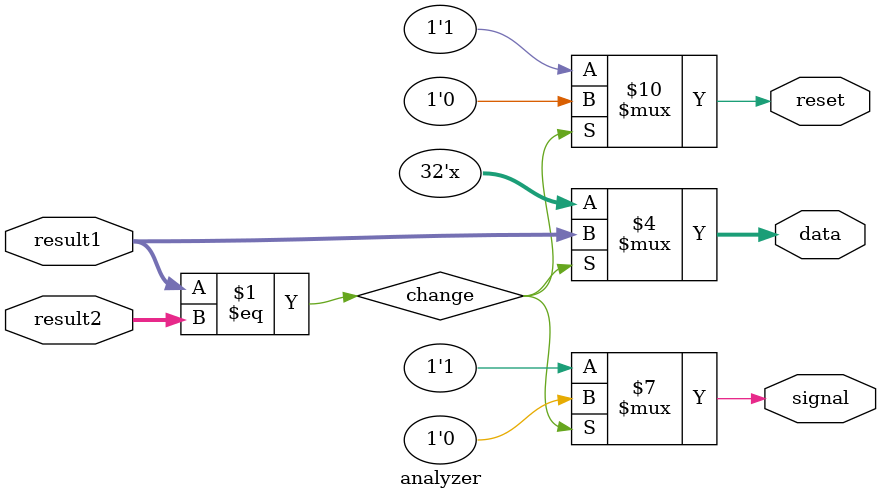
<source format=sv>
module analyzer
(
	input logic [31:0]  result1,
	input logic [31:0]  result2,
	output logic        reset,
	output logic        signal,
	output logic [31:0] data
);

	logic [31:0] buffer;
	logic change;

	assign change = (result1 == result2);

	always_comb 
		if(change) begin
			reset     <= 1'b0;
			signal    <= 1'b0;
			data      <= result1;
		end else begin
			reset     <= 1'b1;
			signal    <= 1'b1;
		end
endmodule

</source>
